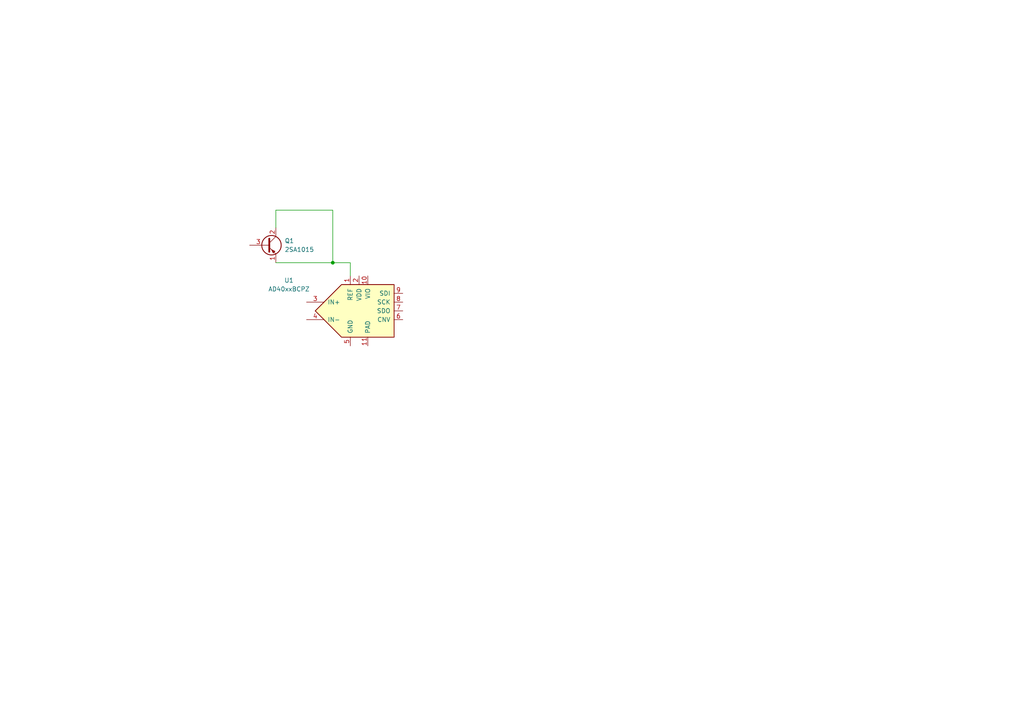
<source format=kicad_sch>
(kicad_sch (version 20231120) (generator "eeschema") (generator_version "8.0")
  (paper "A4")
  (lib_symbols
    (symbol "Analog_ADC:AD40xxBCPZ" (pin_names (offset 1.016))
      (property "Reference" "U" (at 5.08 8.89 0))
      (property "Value" "AD40xxBCPZ" (at 10.16 -8.89 0))
      (symbol "AD40xxBCPZ_1_1"
        (polyline (pts (xy -5.08 7.62) (xy -12.7 0) (xy -5.08 -7.62) (xy 10.16 -7.62) (xy 10.16 7.62) (xy -5.08 7.62)) (stroke (width 0.254)) (fill (type background)))
        (pin input line (at -2.54 10.16 270) (length 2.54) (name "REF") (number "1"))
        (pin power_in line (at 2.54 10.16 270) (length 2.54) (name "VIO") (number "10"))
        (pin power_in line (at 2.54 -10.16 90) (length 2.54) (name "PAD") (number "11"))
        (pin power_in line (at 0 10.16 270) (length 2.54) (name "VDD") (number "2"))
        (pin input line (at -15.24 2.54 0) (length 5.08) (name "IN+") (number "3"))
        (pin input line (at -15.24 -2.54 0) (length 5.08) (name "IN-") (number "4"))
        (pin power_in line (at -2.54 -10.16 90) (length 2.54) (name "GND") (number "5"))
        (pin input line (at 12.7 -2.54 180) (length 2.54) (name "CNV") (number "6"))
        (pin output line (at 12.7 0 180) (length 2.54) (name "SDO") (number "7"))
        (pin input line (at 12.7 2.54 180) (length 2.54) (name "SCK") (number "8"))
        (pin input line (at 12.7 5.08 180) (length 2.54) (name "SDI") (number "9"))
      )
    )
    (symbol "Transistor_BJT:2SA1015" (pin_names (offset 0) hide)
      (property "Reference" "Q" (at 5.08 1.905 0))
      (property "Value" "2SA1015" (at 5.08 0 0))
      (symbol "2SA1015_0_1"
        (polyline (pts (xy 0 0) (xy 0.635 0)))
        (polyline (pts (xy 2.54 -2.54) (xy 0.635 -0.635)))
        (polyline (pts (xy 2.54 2.54) (xy 0.635 0.635)))
        (polyline (pts (xy 0.635 1.905) (xy 0.635 -1.905) (xy 0.635 -1.905)) (stroke (width 0.508)) (fill (type outline)))
        (polyline (pts (xy 1.778 -2.286) (xy 2.286 -1.778) (xy 1.27 -1.27) (xy 1.778 -2.286) (xy 1.778 -2.286)) (fill (type outline)))
        (circle (center 1.27 0) (radius 2.8194) (stroke (width 0.254)))
      )
      (symbol "2SA1015_1_1"
        (pin passive line (at 2.54 -5.08 90) (length 2.54) (name "E") (number "1"))
        (pin passive line (at 2.54 5.08 270) (length 2.54) (name "C") (number "2"))
        (pin input line (at -5.08 0 0) (length 5.08) (name "B") (number "3"))
      )
    )
  )
  (junction (at 96.52 76.2))
  (wire (pts (xy 96.52 76.2) (xy 80.01 76.2)))
  (wire (pts (xy 101.6 76.2) (xy 101.6 80.01)))
  (wire (pts (xy 80.01 66.04) (xy 80.01 60.96)))
  (wire (pts (xy 80.01 60.96) (xy 96.52 60.96)))
  (wire (pts (xy 96.52 76.2) (xy 101.6 76.2)))
  (wire (pts (xy 96.52 60.96) (xy 96.52 76.2)))
  (symbol (lib_id "Analog_ADC:AD40xxBCPZ") (at 104.14 90.17 0) (unit 1)
    (property "Reference" "U1" (at 83.82 81.3114 0))
    (property "Value" "AD40xxBCPZ" (at 83.82 83.8514 0))
    (property "Footprint" "Package_CSP:LFCSP-WD-10-1EP_3x3mm_P0.5mm_EP1.64x2.38mm" (effects (hide yes)))
    (property "Datasheet" "https://www.analog.com/media/en/technical-documentation/data-sheets/ad4003-4007-4011.pdf" (effects (hide yes)))
    (property "Description" "18-Bit, 2 MSPS/1 MSPS/500 kSPS, Differential SAR ADCs, 2.4V to 5.1V reference, 1.8V supply, 1.71 to 5.5V logic IO, 3x3mm LFCSP-10" (effects (hide yes)))
  )
  (symbol (lib_id "Transistor_BJT:2SA1015") (at 77.47 71.12 0) (unit 1)
    (property "Reference" "Q1" (at 82.55 69.8499 0) (effects (justify left)))
    (property "Value" "2SA1015" (at 82.55 72.3899 0) (effects (justify left)))
    (property "Footprint" "Package_TO_SOT_THT:TO-92_Inline" (effects (hide yes)))
    (property "Datasheet" "http://www.datasheetcatalog.org/datasheet/toshiba/905.pdf" (effects (hide yes)))
    (property "Description" "-0.15A Ic, -50V Vce, Low Noise Audio PNP Transistor, TO-92" (effects (hide yes)))
  )
)
</source>
